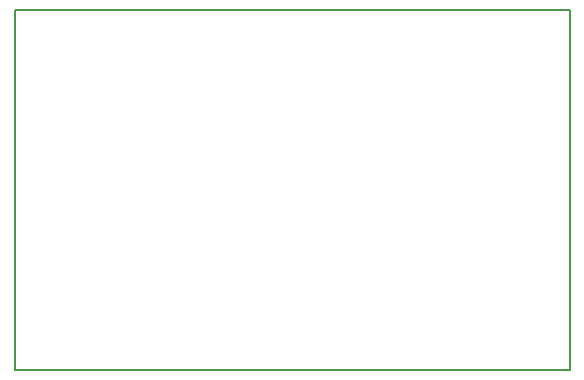
<source format=gbr>
G04 DipTrace 2.4.0.2*
%INBoardOutline.gbr*%
%MOIN*%
%ADD11C,0.0055*%
%FSLAX44Y44*%
G04*
G70*
G90*
G75*
G01*
%LNBoardOutline*%
%LPD*%
X3937Y15937D2*
D11*
X22437D1*
Y3937D1*
X3937D1*
Y15937D1*
M02*

</source>
